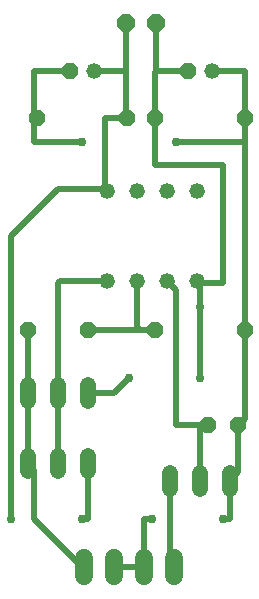
<source format=gbr>
G04 EAGLE Gerber RS-274X export*
G75*
%MOMM*%
%FSLAX34Y34*%
%LPD*%
%INBottom Copper*%
%IPPOS*%
%AMOC8*
5,1,8,0,0,1.08239X$1,22.5*%
G01*
%ADD10P,1.429621X8X202.500000*%
%ADD11C,1.320800*%
%ADD12C,1.524000*%
%ADD13P,1.429621X8X22.500000*%
%ADD14C,1.320800*%
%ADD15P,1.632244X8X292.500000*%
%ADD16C,0.508000*%
%ADD17C,0.756400*%


D10*
X449840Y680000D03*
D11*
X470160Y680000D03*
D10*
X349840Y680000D03*
D11*
X370160Y680000D03*
X381900Y501900D03*
X407300Y501900D03*
X407300Y578100D03*
X381900Y578100D03*
X432700Y501900D03*
X458100Y501900D03*
X432700Y578100D03*
X458100Y578100D03*
D12*
X361900Y267620D02*
X361900Y252380D01*
X387300Y252380D02*
X387300Y267620D01*
X412700Y267620D02*
X412700Y252380D01*
X438100Y252380D02*
X438100Y267620D01*
D13*
X421900Y640000D03*
X498100Y640000D03*
X321900Y640000D03*
X398100Y640000D03*
D10*
X365400Y460000D03*
X314600Y460000D03*
X498100Y460000D03*
X421900Y460000D03*
X492700Y380000D03*
X467300Y380000D03*
D14*
X485400Y339304D02*
X485400Y326096D01*
X434600Y326096D02*
X434600Y339304D01*
X460000Y339304D02*
X460000Y326096D01*
X365400Y340696D02*
X365400Y353904D01*
X314600Y353904D02*
X314600Y340696D01*
X340000Y340696D02*
X340000Y353904D01*
X365400Y400696D02*
X365400Y413904D01*
X314600Y413904D02*
X314600Y400696D01*
X340000Y400696D02*
X340000Y413904D01*
D15*
X397300Y720000D03*
X422700Y720000D03*
D16*
X398100Y640000D02*
X380000Y640000D01*
X380000Y580000D01*
X300000Y540000D02*
X300000Y300000D01*
X300000Y540000D02*
X340000Y580000D01*
X380000Y580000D01*
X381900Y578100D01*
D17*
X300000Y300000D03*
X360000Y300000D03*
D16*
X370160Y680000D02*
X397300Y680000D01*
X365400Y347300D02*
X365400Y300000D01*
X360000Y300000D01*
X398100Y640000D02*
X397300Y640800D01*
X397300Y680000D02*
X397300Y720000D01*
X397300Y680000D02*
X397300Y640800D01*
X460000Y500000D02*
X480000Y500000D01*
X460000Y500000D02*
X458100Y501900D01*
X480000Y500000D02*
X480000Y600000D01*
X460000Y501900D02*
X458100Y501900D01*
X460000Y500000D02*
X460000Y480000D01*
D17*
X460000Y480000D03*
D16*
X421900Y600000D02*
X421900Y640000D01*
X421900Y600000D02*
X480000Y600000D01*
X422700Y680000D02*
X422700Y720000D01*
X422700Y680000D02*
X449840Y680000D01*
X460000Y480000D02*
X460000Y420000D01*
D17*
X460000Y420000D03*
X400000Y420000D03*
D16*
X387300Y407300D01*
X365400Y407300D01*
X421900Y679200D02*
X422700Y680000D01*
X421900Y679200D02*
X421900Y640000D01*
X498100Y640000D02*
X498100Y680000D01*
X498100Y640000D02*
X498100Y620000D01*
X498100Y460000D01*
X498100Y385400D01*
X492700Y380000D01*
X492700Y340000D01*
X485400Y332700D01*
X349840Y680000D02*
X320000Y680000D01*
X320000Y640000D01*
X485400Y332700D02*
X485400Y300000D01*
X480000Y300000D01*
D17*
X480000Y300000D03*
D16*
X320000Y638100D02*
X321900Y640000D01*
X470160Y680000D02*
X498100Y680000D01*
X498100Y620000D02*
X440000Y620000D01*
D17*
X440000Y620000D03*
X360000Y620000D03*
D16*
X320000Y620000D01*
X320000Y638100D01*
X387300Y260000D02*
X412700Y260000D01*
X410000Y260000D01*
X412700Y260000D02*
X412700Y300000D01*
X420000Y300000D01*
D17*
X420000Y300000D03*
D16*
X314600Y347300D02*
X314600Y407300D01*
X314600Y460000D01*
X314600Y347300D02*
X320000Y341900D01*
X320000Y300000D01*
X360000Y260000D02*
X361900Y260000D01*
X360000Y260000D02*
X320000Y300000D01*
X340000Y500000D02*
X341900Y501900D01*
X381900Y501900D01*
X340000Y407300D02*
X340000Y347300D01*
X340000Y407300D02*
X340000Y500000D01*
X365400Y460000D02*
X410000Y460000D01*
X421900Y460000D01*
X407300Y470000D02*
X407300Y501900D01*
X407300Y470000D02*
X407300Y467300D01*
X407300Y462700D01*
X410000Y460000D01*
X440000Y494600D02*
X432700Y501900D01*
X440000Y494600D02*
X440000Y380000D01*
X460000Y380000D01*
X467300Y380000D01*
X460000Y380000D02*
X460000Y332700D01*
X434600Y332700D02*
X434600Y260000D01*
X438100Y260000D01*
M02*

</source>
